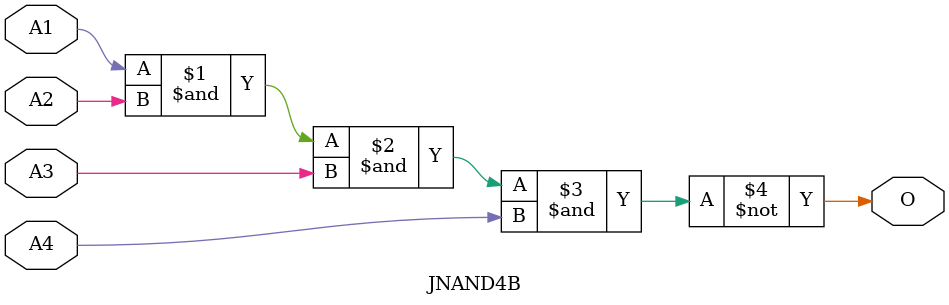
<source format=v>
module JNAND4B(A1, A2, A3, A4, O);
input   A1;
input   A2;
input   A3;
input   A4;
output  O;
nand g0(O, A1, A2, A3, A4);
endmodule
</source>
